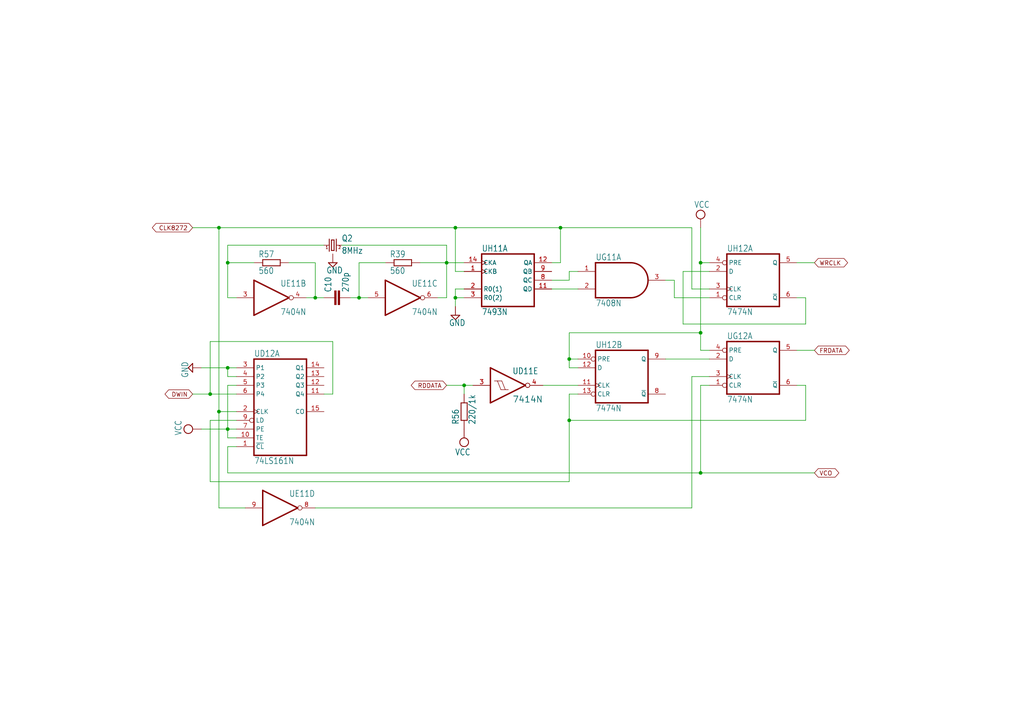
<source format=kicad_sch>
(kicad_sch (version 20230121) (generator eeschema)
  (paper "A4")
  (lib_symbols
    (symbol "HC2000:4161P"
      (property "Reference" "IC" (at -1.27 -0.635 0))
      (symbol "4161P_1_0"
        (polyline (pts (xy -7.62 -15.24) (xy 7.62 -15.24)) (stroke (width 0.4064)))
        (polyline (pts (xy -7.62 12.7) (xy -7.62 -15.24)) (stroke (width 0.4064)))
        (polyline (pts (xy 7.62 -15.24) (xy 7.62 12.7)) (stroke (width 0.4064)))
        (polyline (pts (xy 7.62 12.7) (xy -7.62 12.7)) (stroke (width 0.4064)))
        (pin input line (at -12.7 -12.7 0) (length 5.08) (name "~{CL}") (number "1"))
        (pin input line (at -12.7 -10.16 0) (length 5.08) (name "TE") (number "10"))
        (pin output line (at 12.7 2.54 180) (length 5.08) (name "Q4") (number "11"))
        (pin output line (at 12.7 5.08 180) (length 5.08) (name "Q3") (number "12"))
        (pin output line (at 12.7 7.62 180) (length 5.08) (name "Q2") (number "13"))
        (pin output line (at 12.7 10.16 180) (length 5.08) (name "Q1") (number "14"))
        (pin output line (at 12.7 -2.54 180) (length 5.08) (name "CO") (number "15"))
        (pin input clock (at -12.7 -2.54 0) (length 5.08) (name "CLK") (number "2"))
        (pin input line (at -12.7 10.16 0) (length 5.08) (name "P1") (number "3"))
        (pin input line (at -12.7 7.62 0) (length 5.08) (name "P2") (number "4"))
        (pin input line (at -12.7 5.08 0) (length 5.08) (name "P3") (number "5"))
        (pin input line (at -12.7 2.54 0) (length 5.08) (name "P4") (number "6"))
        (pin input line (at -12.7 -7.62 0) (length 5.08) (name "PE") (number "7"))
        (pin input inverted (at -12.7 -5.08 0) (length 5.08) (name "LD") (number "9"))
      )
      (symbol "4161P_2_0"
        (text "VDD" (at 1.905 2.54 900) (effects (font (size 1.27 1.0795)) (justify left bottom)))
        (text "VSS" (at 1.905 -6.096 900) (effects (font (size 1.27 1.0795)) (justify left bottom)))
        (pin power_in line (at 0 7.62 270) (length 5.08) (name "VDD") (number "16"))
        (pin power_in line (at 0 -7.62 90) (length 5.08) (name "VSS") (number "8"))
      )
    )
    (symbol "HC2000:7404N"
      (property "Reference" "IC" (at -0.635 -0.635 0))
      (symbol "7404N_1_0"
        (polyline (pts (xy -5.08 -5.08) (xy -5.08 5.08)) (stroke (width 0.4064)))
        (polyline (pts (xy -5.08 5.08) (xy 5.08 0)) (stroke (width 0.4064)))
        (polyline (pts (xy 5.08 0) (xy -5.08 -5.08)) (stroke (width 0.4064)))
        (pin input line (at -10.16 0 0) (length 5.08) (name "I") (number "1"))
        (pin output inverted (at 10.16 0 180) (length 5.08) (name "O") (number "2"))
      )
      (symbol "7404N_2_0"
        (polyline (pts (xy -5.08 -5.08) (xy -5.08 5.08)) (stroke (width 0.4064)))
        (polyline (pts (xy -5.08 5.08) (xy 5.08 0)) (stroke (width 0.4064)))
        (polyline (pts (xy 5.08 0) (xy -5.08 -5.08)) (stroke (width 0.4064)))
        (pin input line (at -10.16 0 0) (length 5.08) (name "I") (number "3"))
        (pin output inverted (at 10.16 0 180) (length 5.08) (name "O") (number "4"))
      )
      (symbol "7404N_3_0"
        (polyline (pts (xy -5.08 -5.08) (xy -5.08 5.08)) (stroke (width 0.4064)))
        (polyline (pts (xy -5.08 5.08) (xy 5.08 0)) (stroke (width 0.4064)))
        (polyline (pts (xy 5.08 0) (xy -5.08 -5.08)) (stroke (width 0.4064)))
        (pin input line (at -10.16 0 0) (length 5.08) (name "I") (number "5"))
        (pin output inverted (at 10.16 0 180) (length 5.08) (name "O") (number "6"))
      )
      (symbol "7404N_4_0"
        (polyline (pts (xy -5.08 -5.08) (xy -5.08 5.08)) (stroke (width 0.4064)))
        (polyline (pts (xy -5.08 5.08) (xy 5.08 0)) (stroke (width 0.4064)))
        (polyline (pts (xy 5.08 0) (xy -5.08 -5.08)) (stroke (width 0.4064)))
        (pin output inverted (at 10.16 0 180) (length 5.08) (name "O") (number "8"))
        (pin input line (at -10.16 0 0) (length 5.08) (name "I") (number "9"))
      )
      (symbol "7404N_5_0"
        (polyline (pts (xy -5.08 -5.08) (xy -5.08 5.08)) (stroke (width 0.4064)))
        (polyline (pts (xy -5.08 5.08) (xy 5.08 0)) (stroke (width 0.4064)))
        (polyline (pts (xy 5.08 0) (xy -5.08 -5.08)) (stroke (width 0.4064)))
        (pin output inverted (at 10.16 0 180) (length 5.08) (name "O") (number "10"))
        (pin input line (at -10.16 0 0) (length 5.08) (name "I") (number "11"))
      )
      (symbol "7404N_6_0"
        (polyline (pts (xy -5.08 -5.08) (xy -5.08 5.08)) (stroke (width 0.4064)))
        (polyline (pts (xy -5.08 5.08) (xy 5.08 0)) (stroke (width 0.4064)))
        (polyline (pts (xy 5.08 0) (xy -5.08 -5.08)) (stroke (width 0.4064)))
        (pin output inverted (at 10.16 0 180) (length 5.08) (name "O") (number "12"))
        (pin input line (at -10.16 0 0) (length 5.08) (name "I") (number "13"))
      )
      (symbol "7404N_7_0"
        (text "GND" (at 1.905 -7.62 900) (effects (font (size 1.27 1.0795)) (justify left bottom)))
        (text "VCC" (at 1.905 5.08 900) (effects (font (size 1.27 1.0795)) (justify left bottom)))
        (pin power_in line (at 0 10.16 270) (length 7.62) (name "VCC") (number "14"))
        (pin power_in line (at 0 -10.16 90) (length 7.62) (name "GND") (number "7"))
      )
    )
    (symbol "HC2000:7408N"
      (property "Reference" "IC" (at -0.635 -0.635 0))
      (symbol "7408N_1_0"
        (polyline (pts (xy -7.62 -5.08) (xy 2.54 -5.08)) (stroke (width 0.4064)))
        (polyline (pts (xy -7.62 5.08) (xy -7.62 -5.08)) (stroke (width 0.4064)))
        (polyline (pts (xy 2.54 5.08) (xy -7.62 5.08)) (stroke (width 0.4064)))
        (arc (start 2.54 -5.08) (mid 7.6199 0) (end 2.54 5.08) (stroke (width 0.4064)))
        (pin input line (at -12.7 2.54 0) (length 5.08) (name "I0") (number "1"))
        (pin input line (at -12.7 -2.54 0) (length 5.08) (name "I1") (number "2"))
        (pin output line (at 12.7 0 180) (length 5.08) (name "O") (number "3"))
      )
      (symbol "7408N_2_0"
        (polyline (pts (xy -7.62 -5.08) (xy 2.54 -5.08)) (stroke (width 0.4064)))
        (polyline (pts (xy -7.62 5.08) (xy -7.62 -5.08)) (stroke (width 0.4064)))
        (polyline (pts (xy 2.54 5.08) (xy -7.62 5.08)) (stroke (width 0.4064)))
        (arc (start 2.54 -5.08) (mid 7.6199 0) (end 2.54 5.08) (stroke (width 0.4064)))
        (pin input line (at -12.7 2.54 0) (length 5.08) (name "I0") (number "4"))
        (pin input line (at -12.7 -2.54 0) (length 5.08) (name "I1") (number "5"))
        (pin output line (at 12.7 0 180) (length 5.08) (name "O") (number "6"))
      )
      (symbol "7408N_3_0"
        (polyline (pts (xy -7.62 -5.08) (xy 2.54 -5.08)) (stroke (width 0.4064)))
        (polyline (pts (xy -7.62 5.08) (xy -7.62 -5.08)) (stroke (width 0.4064)))
        (polyline (pts (xy 2.54 5.08) (xy -7.62 5.08)) (stroke (width 0.4064)))
        (arc (start 2.54 -5.08) (mid 7.6199 0) (end 2.54 5.08) (stroke (width 0.4064)))
        (pin input line (at -12.7 -2.54 0) (length 5.08) (name "I1") (number "10"))
        (pin output line (at 12.7 0 180) (length 5.08) (name "O") (number "8"))
        (pin input line (at -12.7 2.54 0) (length 5.08) (name "I0") (number "9"))
      )
      (symbol "7408N_4_0"
        (polyline (pts (xy -7.62 -5.08) (xy 2.54 -5.08)) (stroke (width 0.4064)))
        (polyline (pts (xy -7.62 5.08) (xy -7.62 -5.08)) (stroke (width 0.4064)))
        (polyline (pts (xy 2.54 5.08) (xy -7.62 5.08)) (stroke (width 0.4064)))
        (arc (start 2.54 -5.08) (mid 7.6199 0) (end 2.54 5.08) (stroke (width 0.4064)))
        (pin output line (at 12.7 0 180) (length 5.08) (name "O") (number "11"))
        (pin input line (at -12.7 2.54 0) (length 5.08) (name "I0") (number "12"))
        (pin input line (at -12.7 -2.54 0) (length 5.08) (name "I1") (number "13"))
      )
      (symbol "7408N_5_0"
        (text "GND" (at 1.905 -7.62 900) (effects (font (size 1.27 1.0795)) (justify left bottom)))
        (text "VCC" (at 1.905 5.08 900) (effects (font (size 1.27 1.0795)) (justify left bottom)))
        (pin power_in line (at 0 10.16 270) (length 7.62) (name "VCC") (number "14"))
        (pin power_in line (at 0 -10.16 90) (length 7.62) (name "GND") (number "7"))
      )
    )
    (symbol "HC2000:7414N"
      (property "Reference" "IC" (at -0.635 -0.635 0))
      (symbol "7414N_1_0"
        (polyline (pts (xy -5.08 -5.08) (xy -5.08 5.08)) (stroke (width 0.4064)))
        (polyline (pts (xy -5.08 5.08) (xy 5.08 0)) (stroke (width 0.4064)))
        (polyline (pts (xy -3.937 1.27) (xy -3.048 1.27)) (stroke (width 0.1524)))
        (polyline (pts (xy -3.048 1.27) (xy -1.778 1.27)) (stroke (width 0.1524)))
        (polyline (pts (xy -2.032 -1.27) (xy -3.048 1.27)) (stroke (width 0.1524)))
        (polyline (pts (xy -2.032 -1.27) (xy -0.762 -1.27)) (stroke (width 0.1524)))
        (polyline (pts (xy -0.762 -1.27) (xy -1.778 1.27)) (stroke (width 0.1524)))
        (polyline (pts (xy -0.762 -1.27) (xy 0.127 -1.27)) (stroke (width 0.1524)))
        (polyline (pts (xy 5.08 0) (xy -5.08 -5.08)) (stroke (width 0.4064)))
        (pin output inverted (at 10.16 0 180) (length 5.08) (name "O") (number "12"))
        (pin input line (at -10.16 0 0) (length 5.08) (name "I") (number "13"))
      )
      (symbol "7414N_2_0"
        (polyline (pts (xy -5.08 -5.08) (xy -5.08 5.08)) (stroke (width 0.4064)))
        (polyline (pts (xy -5.08 5.08) (xy 5.08 0)) (stroke (width 0.4064)))
        (polyline (pts (xy -3.937 1.27) (xy -3.048 1.27)) (stroke (width 0.1524)))
        (polyline (pts (xy -3.048 1.27) (xy -1.778 1.27)) (stroke (width 0.1524)))
        (polyline (pts (xy -2.032 -1.27) (xy -3.048 1.27)) (stroke (width 0.1524)))
        (polyline (pts (xy -2.032 -1.27) (xy -0.762 -1.27)) (stroke (width 0.1524)))
        (polyline (pts (xy -0.762 -1.27) (xy -1.778 1.27)) (stroke (width 0.1524)))
        (polyline (pts (xy -0.762 -1.27) (xy 0.127 -1.27)) (stroke (width 0.1524)))
        (polyline (pts (xy 5.08 0) (xy -5.08 -5.08)) (stroke (width 0.4064)))
        (pin output inverted (at 10.16 0 180) (length 5.08) (name "O") (number "10"))
        (pin input line (at -10.16 0 0) (length 5.08) (name "I") (number "11"))
      )
      (symbol "7414N_3_0"
        (polyline (pts (xy -5.08 -5.08) (xy -5.08 5.08)) (stroke (width 0.4064)))
        (polyline (pts (xy -5.08 5.08) (xy 5.08 0)) (stroke (width 0.4064)))
        (polyline (pts (xy -3.937 1.27) (xy -3.048 1.27)) (stroke (width 0.1524)))
        (polyline (pts (xy -3.048 1.27) (xy -1.778 1.27)) (stroke (width 0.1524)))
        (polyline (pts (xy -2.032 -1.27) (xy -3.048 1.27)) (stroke (width 0.1524)))
        (polyline (pts (xy -2.032 -1.27) (xy -0.762 -1.27)) (stroke (width 0.1524)))
        (polyline (pts (xy -0.762 -1.27) (xy -1.778 1.27)) (stroke (width 0.1524)))
        (polyline (pts (xy -0.762 -1.27) (xy 0.127 -1.27)) (stroke (width 0.1524)))
        (polyline (pts (xy 5.08 0) (xy -5.08 -5.08)) (stroke (width 0.4064)))
        (pin output inverted (at 10.16 0 180) (length 5.08) (name "O") (number "8"))
        (pin input line (at -10.16 0 0) (length 5.08) (name "I") (number "9"))
      )
      (symbol "7414N_4_0"
        (polyline (pts (xy -5.08 -5.08) (xy -5.08 5.08)) (stroke (width 0.4064)))
        (polyline (pts (xy -5.08 5.08) (xy 5.08 0)) (stroke (width 0.4064)))
        (polyline (pts (xy -3.937 1.27) (xy -3.048 1.27)) (stroke (width 0.1524)))
        (polyline (pts (xy -3.048 1.27) (xy -1.778 1.27)) (stroke (width 0.1524)))
        (polyline (pts (xy -2.032 -1.27) (xy -3.048 1.27)) (stroke (width 0.1524)))
        (polyline (pts (xy -2.032 -1.27) (xy -0.762 -1.27)) (stroke (width 0.1524)))
        (polyline (pts (xy -0.762 -1.27) (xy -1.778 1.27)) (stroke (width 0.1524)))
        (polyline (pts (xy -0.762 -1.27) (xy 0.127 -1.27)) (stroke (width 0.1524)))
        (polyline (pts (xy 5.08 0) (xy -5.08 -5.08)) (stroke (width 0.4064)))
        (pin input line (at -10.16 0 0) (length 5.08) (name "I") (number "1"))
        (pin output inverted (at 10.16 0 180) (length 5.08) (name "O") (number "2"))
      )
      (symbol "7414N_5_0"
        (polyline (pts (xy -5.08 -5.08) (xy -5.08 5.08)) (stroke (width 0.4064)))
        (polyline (pts (xy -5.08 5.08) (xy 5.08 0)) (stroke (width 0.4064)))
        (polyline (pts (xy -3.937 1.27) (xy -3.048 1.27)) (stroke (width 0.1524)))
        (polyline (pts (xy -3.048 1.27) (xy -1.778 1.27)) (stroke (width 0.1524)))
        (polyline (pts (xy -2.032 -1.27) (xy -3.048 1.27)) (stroke (width 0.1524)))
        (polyline (pts (xy -2.032 -1.27) (xy -0.762 -1.27)) (stroke (width 0.1524)))
        (polyline (pts (xy -0.762 -1.27) (xy -1.778 1.27)) (stroke (width 0.1524)))
        (polyline (pts (xy -0.762 -1.27) (xy 0.127 -1.27)) (stroke (width 0.1524)))
        (polyline (pts (xy 5.08 0) (xy -5.08 -5.08)) (stroke (width 0.4064)))
        (pin input line (at -10.16 0 0) (length 5.08) (name "I") (number "3"))
        (pin output inverted (at 10.16 0 180) (length 5.08) (name "O") (number "4"))
      )
      (symbol "7414N_6_0"
        (polyline (pts (xy -5.08 -5.08) (xy -5.08 5.08)) (stroke (width 0.4064)))
        (polyline (pts (xy -5.08 5.08) (xy 5.08 0)) (stroke (width 0.4064)))
        (polyline (pts (xy -3.937 1.27) (xy -3.048 1.27)) (stroke (width 0.1524)))
        (polyline (pts (xy -3.048 1.27) (xy -1.778 1.27)) (stroke (width 0.1524)))
        (polyline (pts (xy -2.032 -1.27) (xy -3.048 1.27)) (stroke (width 0.1524)))
        (polyline (pts (xy -2.032 -1.27) (xy -0.762 -1.27)) (stroke (width 0.1524)))
        (polyline (pts (xy -0.762 -1.27) (xy -1.778 1.27)) (stroke (width 0.1524)))
        (polyline (pts (xy -0.762 -1.27) (xy 0.127 -1.27)) (stroke (width 0.1524)))
        (polyline (pts (xy 5.08 0) (xy -5.08 -5.08)) (stroke (width 0.4064)))
        (pin input line (at -10.16 0 0) (length 5.08) (name "I") (number "5"))
        (pin output inverted (at 10.16 0 180) (length 5.08) (name "O") (number "6"))
      )
      (symbol "7414N_7_0"
        (text "GND" (at 1.905 -7.62 900) (effects (font (size 1.27 1.0795)) (justify left bottom)))
        (text "VCC" (at 1.905 5.08 900) (effects (font (size 1.27 1.0795)) (justify left bottom)))
        (pin power_in line (at 0 10.16 270) (length 7.62) (name "VCC") (number "14"))
        (pin power_in line (at 0 -10.16 90) (length 7.62) (name "GND") (number "7"))
      )
    )
    (symbol "HC2000:7474N"
      (property "Reference" "IC" (at -0.635 -0.635 0))
      (symbol "7474N_1_0"
        (polyline (pts (xy -7.62 -7.62) (xy 7.62 -7.62)) (stroke (width 0.4064)))
        (polyline (pts (xy -7.62 7.62) (xy -7.62 -7.62)) (stroke (width 0.4064)))
        (polyline (pts (xy 7.62 -7.62) (xy 7.62 7.62)) (stroke (width 0.4064)))
        (polyline (pts (xy 7.62 7.62) (xy -7.62 7.62)) (stroke (width 0.4064)))
        (pin input inverted (at -12.7 -5.08 0) (length 5.08) (name "CLR") (number "1"))
        (pin input line (at -12.7 2.54 0) (length 5.08) (name "D") (number "2"))
        (pin input clock (at -12.7 -2.54 0) (length 5.08) (name "CLK") (number "3"))
        (pin input inverted (at -12.7 5.08 0) (length 5.08) (name "PRE") (number "4"))
        (pin output line (at 12.7 5.08 180) (length 5.08) (name "Q") (number "5"))
        (pin output line (at 12.7 -5.08 180) (length 5.08) (name "~{Q}") (number "6"))
      )
      (symbol "7474N_2_0"
        (polyline (pts (xy -7.62 -7.62) (xy 7.62 -7.62)) (stroke (width 0.4064)))
        (polyline (pts (xy -7.62 7.62) (xy -7.62 -7.62)) (stroke (width 0.4064)))
        (polyline (pts (xy 7.62 -7.62) (xy 7.62 7.62)) (stroke (width 0.4064)))
        (polyline (pts (xy 7.62 7.62) (xy -7.62 7.62)) (stroke (width 0.4064)))
        (pin input inverted (at -12.7 5.08 0) (length 5.08) (name "PRE") (number "10"))
        (pin input clock (at -12.7 -2.54 0) (length 5.08) (name "CLK") (number "11"))
        (pin input line (at -12.7 2.54 0) (length 5.08) (name "D") (number "12"))
        (pin input inverted (at -12.7 -5.08 0) (length 5.08) (name "CLR") (number "13"))
        (pin output line (at 12.7 -5.08 180) (length 5.08) (name "~{Q}") (number "8"))
        (pin output line (at 12.7 5.08 180) (length 5.08) (name "Q") (number "9"))
      )
      (symbol "7474N_3_0"
        (text "GND" (at 1.905 -7.62 900) (effects (font (size 1.27 1.0795)) (justify left bottom)))
        (text "VCC" (at 1.905 5.08 900) (effects (font (size 1.27 1.0795)) (justify left bottom)))
        (pin power_in line (at 0 10.16 270) (length 7.62) (name "VCC") (number "14"))
        (pin power_in line (at 0 -10.16 90) (length 7.62) (name "GND") (number "7"))
      )
    )
    (symbol "HC2000:7493N"
      (property "Reference" "IC" (at -0.635 -0.635 0))
      (symbol "7493N_1_0"
        (polyline (pts (xy -7.62 -7.62) (xy 7.62 -7.62)) (stroke (width 0.4064)))
        (polyline (pts (xy -7.62 7.62) (xy -7.62 -7.62)) (stroke (width 0.4064)))
        (polyline (pts (xy 7.62 -7.62) (xy 7.62 7.62)) (stroke (width 0.4064)))
        (polyline (pts (xy 7.62 7.62) (xy -7.62 7.62)) (stroke (width 0.4064)))
        (pin input clock (at -12.7 2.54 0) (length 5.08) (name "CKB") (number "1"))
        (pin output line (at 12.7 -2.54 180) (length 5.08) (name "QD") (number "11"))
        (pin output line (at 12.7 5.08 180) (length 5.08) (name "QA") (number "12"))
        (pin input clock (at -12.7 5.08 0) (length 5.08) (name "CKA") (number "14"))
        (pin input line (at -12.7 -2.54 0) (length 5.08) (name "R0(1)") (number "2"))
        (pin input line (at -12.7 -5.08 0) (length 5.08) (name "R0(2)") (number "3"))
        (pin output line (at 12.7 0 180) (length 5.08) (name "QC") (number "8"))
        (pin output line (at 12.7 2.54 180) (length 5.08) (name "QB") (number "9"))
      )
      (symbol "7493N_2_0"
        (text "GND" (at 1.905 -7.62 900) (effects (font (size 1.27 1.0795)) (justify left bottom)))
        (text "VCC" (at 1.905 5.08 900) (effects (font (size 1.27 1.0795)) (justify left bottom)))
        (pin power_in line (at 0 -10.16 90) (length 7.62) (name "GND") (number "10"))
        (pin power_in line (at 0 10.16 270) (length 7.62) (name "VCC") (number "5"))
      )
    )
    (symbol "HC2000:C-EU025-024X044"
      (property "Reference" "C" (at 1.524 0.381 0))
      (property "Value" "C-EU025-024X044" (at 1.524 -4.699 0))
      (symbol "C-EU025-024X044_1_0"
        (rectangle (start -2.032 -2.032) (end 2.032 -1.524) (fill (type outline)))
        (rectangle (start -2.032 -1.016) (end 2.032 -0.508) (fill (type outline)))
        (polyline (pts (xy 0 -2.54) (xy 0 -2.032)) (stroke (width 0.1524)))
        (polyline (pts (xy 0 0) (xy 0 -0.508)) (stroke (width 0.1524)))
        (pin passive line (at 0 2.54 270) (length 2.54) (name "1") (number "1"))
        (pin passive line (at 0 -5.08 90) (length 2.54) (name "2") (number "2"))
      )
    )
    (symbol "HC2000:CRYSTALHC18U-H"
      (property "Reference" "Q" (at 2.54 1.016 0))
      (property "Value" "CRYSTALHC18U-H" (at 2.54 -2.54 0))
      (symbol "CRYSTALHC18U-H_1_0"
        (polyline (pts (xy -2.54 0) (xy -1.016 0)) (stroke (width 0.1524)))
        (polyline (pts (xy -1.016 1.778) (xy -1.016 -1.778)) (stroke (width 0.254)))
        (polyline (pts (xy -0.381 -1.524) (xy 0.381 -1.524)) (stroke (width 0.254)))
        (polyline (pts (xy -0.381 1.524) (xy -0.381 -1.524)) (stroke (width 0.254)))
        (polyline (pts (xy 0.381 -1.524) (xy 0.381 1.524)) (stroke (width 0.254)))
        (polyline (pts (xy 0.381 1.524) (xy -0.381 1.524)) (stroke (width 0.254)))
        (polyline (pts (xy 1.016 0) (xy 2.54 0)) (stroke (width 0.1524)))
        (polyline (pts (xy 1.016 1.778) (xy 1.016 -1.778)) (stroke (width 0.254)))
        (text "1" (at -2.159 -1.143 0) (effects (font (size 0.8636 0.734)) (justify left bottom)))
        (text "2" (at 1.524 -1.143 0) (effects (font (size 0.8636 0.734)) (justify left bottom)))
        (pin passive line (at -2.54 0 0) (length 0) (name "1") (number "1"))
        (pin passive line (at 2.54 0 180) (length 0) (name "2") (number "2"))
        (pin passive line (at 0 -2.54 90) (length 2.54) hide (name "GND") (number "GND"))
      )
    )
    (symbol "HC2000:GND" (power)
      (property "Value" "GND" (at -1.905 -3.175 0))
      (symbol "GND_1_0"
        (polyline (pts (xy -1.27 0) (xy 1.27 0)) (stroke (width 0.254)))
        (polyline (pts (xy 0 -1.27) (xy -1.27 0)) (stroke (width 0.254)))
        (polyline (pts (xy 1.27 0) (xy 0 -1.27)) (stroke (width 0.254)))
        (pin power_in line (at 0 2.54 270) (length 2.54) (name "GND") (number "1"))
      )
    )
    (symbol "HC2000:R-EU_0204{slash}7"
      (property "Reference" "R" (at -3.81 1.4986 0))
      (property "Value" "R-EU_0204{slash}7" (at -3.81 -3.302 0))
      (symbol "R-EU_0204{slash}7_1_0"
        (polyline (pts (xy -2.54 -0.889) (xy -2.54 0.889)) (stroke (width 0.254)))
        (polyline (pts (xy -2.54 -0.889) (xy 2.54 -0.889)) (stroke (width 0.254)))
        (polyline (pts (xy 2.54 -0.889) (xy 2.54 0.889)) (stroke (width 0.254)))
        (polyline (pts (xy 2.54 0.889) (xy -2.54 0.889)) (stroke (width 0.254)))
        (pin passive line (at -5.08 0 0) (length 2.54) (name "1") (number "1"))
        (pin passive line (at 5.08 0 180) (length 2.54) (name "2") (number "2"))
      )
    )
    (symbol "HC2000:VCC" (power)
      (property "Value" "VCC" (at -1.905 3.175 0))
      (symbol "VCC_1_0"
        (circle (center 0 1.27) (radius 1.27) (stroke (width 0.254)))
        (pin power_in line (at 0 -2.54 90) (length 2.54) (name "VCC") (number "1"))
      )
    )
  )
  (junction (at 165.1 121.92))
  (junction (at 60.96 114.3))
  (junction (at 203.2 76.2))
  (junction (at 203.2 96.52))
  (junction (at 66.04 106.68))
  (junction (at 134.62 111.76))
  (junction (at 203.2 137.16))
  (junction (at 129.54 76.2))
  (junction (at 63.5 119.38))
  (junction (at 66.04 76.2))
  (junction (at 104.14 86.36))
  (junction (at 162.56 66.04))
  (junction (at 132.08 86.36))
  (junction (at 63.5 66.04))
  (junction (at 132.08 66.04))
  (junction (at 66.04 124.46))
  (junction (at 91.44 86.36))
  (junction (at 165.1 104.14))
  (wire (pts (xy 68.58 86.36) (xy 66.04 86.36)))
  (wire (pts (xy 165.1 139.7) (xy 165.1 121.92)))
  (wire (pts (xy 132.08 86.36) (xy 134.62 86.36)))
  (wire (pts (xy 66.04 129.54) (xy 68.58 129.54)))
  (wire (pts (xy 165.1 104.14) (xy 167.64 104.14)))
  (wire (pts (xy 60.96 121.92) (xy 68.58 121.92)))
  (wire (pts (xy 134.62 83.82) (xy 132.08 83.82)))
  (wire (pts (xy 91.44 86.36) (xy 88.9 86.36)))
  (wire (pts (xy 60.96 99.06) (xy 96.52 99.06)))
  (wire (pts (xy 91.44 76.2) (xy 91.44 86.36)))
  (wire (pts (xy 66.04 111.76) (xy 66.04 124.46)))
  (wire (pts (xy 129.54 111.76) (xy 134.62 111.76)))
  (wire (pts (xy 132.08 83.82) (xy 132.08 86.36)))
  (wire (pts (xy 165.1 78.74) (xy 167.64 78.74)))
  (wire (pts (xy 160.02 76.2) (xy 162.56 76.2)))
  (wire (pts (xy 93.98 71.12) (xy 66.04 71.12)))
  (wire (pts (xy 162.56 66.04) (xy 132.08 66.04)))
  (wire (pts (xy 99.06 71.12) (xy 129.54 71.12)))
  (wire (pts (xy 203.2 101.6) (xy 205.74 101.6)))
  (wire (pts (xy 198.12 78.74) (xy 198.12 93.98)))
  (wire (pts (xy 55.88 66.04) (xy 63.5 66.04)))
  (wire (pts (xy 236.22 137.16) (xy 203.2 137.16)))
  (wire (pts (xy 96.52 114.3) (xy 93.98 114.3)))
  (wire (pts (xy 60.96 114.3) (xy 68.58 114.3)))
  (wire (pts (xy 66.04 76.2) (xy 73.66 76.2)))
  (wire (pts (xy 160.02 83.82) (xy 167.64 83.82)))
  (wire (pts (xy 203.2 96.52) (xy 203.2 101.6)))
  (wire (pts (xy 63.5 66.04) (xy 132.08 66.04)))
  (wire (pts (xy 195.58 86.36) (xy 195.58 81.28)))
  (wire (pts (xy 71.12 147.32) (xy 63.5 147.32)))
  (wire (pts (xy 231.14 111.76) (xy 233.68 111.76)))
  (wire (pts (xy 60.96 139.7) (xy 60.96 121.92)))
  (wire (pts (xy 68.58 111.76) (xy 66.04 111.76)))
  (wire (pts (xy 233.68 86.36) (xy 231.14 86.36)))
  (wire (pts (xy 93.98 86.36) (xy 91.44 86.36)))
  (wire (pts (xy 200.66 109.22) (xy 205.74 109.22)))
  (wire (pts (xy 66.04 124.46) (xy 66.04 127)))
  (wire (pts (xy 83.82 76.2) (xy 91.44 76.2)))
  (wire (pts (xy 157.48 111.76) (xy 167.64 111.76)))
  (wire (pts (xy 104.14 86.36) (xy 106.68 86.36)))
  (wire (pts (xy 127 86.36) (xy 129.54 86.36)))
  (wire (pts (xy 162.56 76.2) (xy 162.56 66.04)))
  (wire (pts (xy 134.62 76.2) (xy 129.54 76.2)))
  (wire (pts (xy 60.96 114.3) (xy 60.96 99.06)))
  (wire (pts (xy 132.08 66.04) (xy 132.08 78.74)))
  (wire (pts (xy 236.22 101.6) (xy 231.14 101.6)))
  (wire (pts (xy 91.44 147.32) (xy 200.66 147.32)))
  (wire (pts (xy 111.76 76.2) (xy 104.14 76.2)))
  (wire (pts (xy 66.04 137.16) (xy 66.04 129.54)))
  (wire (pts (xy 233.68 93.98) (xy 233.68 86.36)))
  (wire (pts (xy 66.04 109.22) (xy 68.58 109.22)))
  (wire (pts (xy 129.54 71.12) (xy 129.54 76.2)))
  (wire (pts (xy 66.04 137.16) (xy 203.2 137.16)))
  (wire (pts (xy 101.6 86.36) (xy 104.14 86.36)))
  (wire (pts (xy 198.12 93.98) (xy 233.68 93.98)))
  (wire (pts (xy 205.74 86.36) (xy 195.58 86.36)))
  (wire (pts (xy 55.88 114.3) (xy 60.96 114.3)))
  (wire (pts (xy 129.54 76.2) (xy 129.54 86.36)))
  (wire (pts (xy 200.66 66.04) (xy 162.56 66.04)))
  (wire (pts (xy 58.42 106.68) (xy 66.04 106.68)))
  (wire (pts (xy 68.58 119.38) (xy 63.5 119.38)))
  (wire (pts (xy 66.04 106.68) (xy 66.04 109.22)))
  (wire (pts (xy 200.66 147.32) (xy 200.66 109.22)))
  (wire (pts (xy 68.58 106.68) (xy 66.04 106.68)))
  (wire (pts (xy 60.96 139.7) (xy 165.1 139.7)))
  (wire (pts (xy 165.1 106.68) (xy 165.1 104.14)))
  (wire (pts (xy 132.08 78.74) (xy 134.62 78.74)))
  (wire (pts (xy 236.22 76.2) (xy 231.14 76.2)))
  (wire (pts (xy 205.74 83.82) (xy 200.66 83.82)))
  (wire (pts (xy 63.5 147.32) (xy 63.5 119.38)))
  (wire (pts (xy 160.02 81.28) (xy 165.1 81.28)))
  (wire (pts (xy 63.5 119.38) (xy 63.5 66.04)))
  (wire (pts (xy 121.92 76.2) (xy 129.54 76.2)))
  (wire (pts (xy 233.68 121.92) (xy 165.1 121.92)))
  (wire (pts (xy 165.1 81.28) (xy 165.1 78.74)))
  (wire (pts (xy 66.04 71.12) (xy 66.04 76.2)))
  (wire (pts (xy 203.2 66.04) (xy 203.2 76.2)))
  (wire (pts (xy 203.2 111.76) (xy 205.74 111.76)))
  (wire (pts (xy 165.1 96.52) (xy 165.1 104.14)))
  (wire (pts (xy 58.42 124.46) (xy 66.04 124.46)))
  (wire (pts (xy 134.62 111.76) (xy 134.62 114.3)))
  (wire (pts (xy 66.04 86.36) (xy 66.04 76.2)))
  (wire (pts (xy 104.14 76.2) (xy 104.14 86.36)))
  (wire (pts (xy 203.2 76.2) (xy 205.74 76.2)))
  (wire (pts (xy 66.04 127) (xy 68.58 127)))
  (wire (pts (xy 167.64 106.68) (xy 165.1 106.68)))
  (wire (pts (xy 96.52 99.06) (xy 96.52 114.3)))
  (wire (pts (xy 200.66 83.82) (xy 200.66 66.04)))
  (wire (pts (xy 165.1 121.92) (xy 165.1 114.3)))
  (wire (pts (xy 193.04 104.14) (xy 205.74 104.14)))
  (wire (pts (xy 137.16 111.76) (xy 134.62 111.76)))
  (wire (pts (xy 68.58 124.46) (xy 66.04 124.46)))
  (wire (pts (xy 205.74 78.74) (xy 198.12 78.74)))
  (wire (pts (xy 203.2 96.52) (xy 165.1 96.52)))
  (wire (pts (xy 195.58 81.28) (xy 193.04 81.28)))
  (wire (pts (xy 203.2 76.2) (xy 203.2 96.52)))
  (wire (pts (xy 233.68 111.76) (xy 233.68 121.92)))
  (wire (pts (xy 165.1 114.3) (xy 167.64 114.3)))
  (wire (pts (xy 203.2 137.16) (xy 203.2 111.76)))
  (wire (pts (xy 132.08 88.9) (xy 132.08 86.36)))
  (global_label "VCO" (shape bidirectional) (at 236.22 137.16 0) (effects (font (size 1.2446 1.2446))) (property "Intersheetrefs" "${INTERSHEET_REFS}" (effects hide)))
  (global_label "RDDATA" (shape bidirectional) (at 129.54 111.76 180) (effects (font (size 1.2446 1.2446))) (property "Intersheetrefs" "${INTERSHEET_REFS}" (effects hide)))
  (global_label "CLK8272" (shape bidirectional) (at 55.88 66.04 180) (effects (font (size 1.2446 1.2446))) (property "Intersheetrefs" "${INTERSHEET_REFS}" (effects hide)))
  (global_label "FRDATA" (shape bidirectional) (at 236.22 101.6 0) (effects (font (size 1.2446 1.2446))) (property "Intersheetrefs" "${INTERSHEET_REFS}" (effects hide)))
  (global_label "WRCLK" (shape bidirectional) (at 236.22 76.2 0) (effects (font (size 1.2446 1.2446))) (property "Intersheetrefs" "${INTERSHEET_REFS}" (effects hide)))
  (global_label "DWIN" (shape bidirectional) (at 55.88 114.3 180) (effects (font (size 1.2446 1.2446))) (property "Intersheetrefs" "${INTERSHEET_REFS}" (effects hide)))
  (symbol (lib_id "HC2000:VCC") (at 55.88 124.46 90) (unit 1)
    (property "Reference" "#SUPPLY095" (effects hide))
    (property "Value" "VCC" (at 52.705 126.365 0) (effects (font (size 1.778 1.5113)) (justify left bottom)))
    (property "Footprint" "HC2000:" (effects hide))
  )
  (symbol (lib_id "HC2000:CRYSTALHC18U-H") (at 96.52 71.12 0) (unit 1)
    (property "Reference" "Q2" (at 99.06 70.104 0) (effects (font (size 1.778 1.5113)) (justify left bottom)))
    (property "Value" "8MHz" (at 99.06 73.66 0) (effects (font (size 1.778 1.5113)) (justify left bottom)))
    (property "Footprint" "HC2000:HC18U-H" (effects hide))
  )
  (symbol (lib_id "HC2000:7408N") (at 180.34 81.28 0) (unit 1)
    (property "Reference" "UG11" (at 172.72 75.565 0) (effects (font (size 1.778 1.5113)) (justify left bottom)))
    (property "Value" "7408N" (at 172.72 88.9 0) (effects (font (size 1.778 1.5113)) (justify left bottom)))
    (property "Footprint" "HC2000:DIL14" (effects hide))
  )
  (symbol (lib_id "HC2000:GND") (at 96.52 76.2 0) (unit 1)
    (property "Reference" "#SUPPLY0138" (effects hide))
    (property "Value" "GND" (at 94.615 79.375 0) (effects (font (size 1.778 1.5113)) (justify left bottom)))
    (property "Footprint" "HC2000:" (effects hide))
  )
  (symbol (lib_id "HC2000:7474N") (at 218.44 81.28 0) (unit 1)
    (property "Reference" "UH12" (at 210.82 73.025 0) (effects (font (size 1.778 1.5113)) (justify left bottom)))
    (property "Value" "7474N" (at 210.82 91.44 0) (effects (font (size 1.778 1.5113)) (justify left bottom)))
    (property "Footprint" "HC2000:DIL14" (effects hide))
  )
  (symbol (lib_id "HC2000:7404N") (at 116.84 86.36 0) (unit 3)
    (property "Reference" "UE11" (at 119.38 83.185 0) (effects (font (size 1.778 1.5113)) (justify left bottom)))
    (property "Value" "7404N" (at 119.38 91.44 0) (effects (font (size 1.778 1.5113)) (justify left bottom)))
    (property "Footprint" "HC2000:DIL14" (effects hide))
  )
  (symbol (lib_id "HC2000:7404N") (at 81.28 147.32 0) (unit 4)
    (property "Reference" "UE11" (at 83.82 144.145 0) (effects (font (size 1.778 1.5113)) (justify left bottom)))
    (property "Value" "7404N" (at 83.82 152.4 0) (effects (font (size 1.778 1.5113)) (justify left bottom)))
    (property "Footprint" "HC2000:DIL14" (effects hide))
  )
  (symbol (lib_id "HC2000:GND") (at 132.08 91.44 0) (unit 1)
    (property "Reference" "#SUPPLY092" (effects hide))
    (property "Value" "GND" (at 130.175 94.615 0) (effects (font (size 1.778 1.5113)) (justify left bottom)))
    (property "Footprint" "HC2000:" (effects hide))
  )
  (symbol (lib_id "HC2000:R-EU_0204{slash}7") (at 116.84 76.2 0) (unit 1)
    (property "Reference" "R39" (at 113.03 74.7014 0) (effects (font (size 1.778 1.5113)) (justify left bottom)))
    (property "Value" "560" (at 113.03 79.502 0) (effects (font (size 1.778 1.5113)) (justify left bottom)))
    (property "Footprint" "HC2000:0204_7" (effects hide))
  )
  (symbol (lib_id "HC2000:VCC") (at 203.2 63.5 0) (unit 1)
    (property "Reference" "#SUPPLY093" (effects hide))
    (property "Value" "VCC" (at 201.295 60.325 0) (effects (font (size 1.778 1.5113)) (justify left bottom)))
    (property "Footprint" "HC2000:" (effects hide))
  )
  (symbol (lib_id "HC2000:7474N") (at 180.34 109.22 0) (unit 2)
    (property "Reference" "UH12" (at 172.72 100.965 0) (effects (font (size 1.778 1.5113)) (justify left bottom)))
    (property "Value" "7474N" (at 172.72 119.38 0) (effects (font (size 1.778 1.5113)) (justify left bottom)))
    (property "Footprint" "HC2000:DIL14" (effects hide))
  )
  (symbol (lib_id "HC2000:7414N") (at 147.32 111.76 0) (unit 5)
    (property "Reference" "UD11" (at 148.59 108.585 0) (effects (font (size 1.778 1.5113)) (justify left bottom)))
    (property "Value" "7414N" (at 148.59 116.84 0) (effects (font (size 1.778 1.778)) (justify left bottom)))
    (property "Footprint" "HC2000:DIL14" (effects hide))
  )
  (symbol (lib_id "HC2000:4161P") (at 81.28 116.84 0) (unit 1)
    (property "Reference" "UD12" (at 73.66 103.505 0) (effects (font (size 1.778 1.5113)) (justify left bottom)))
    (property "Value" "74LS161N" (at 73.66 134.62 0) (effects (font (size 1.778 1.5113)) (justify left bottom)))
    (property "Footprint" "HC2000:DIL16" (effects hide))
  )
  (symbol (lib_id "HC2000:7474N") (at 218.44 106.68 0) (unit 1)
    (property "Reference" "UG12" (at 210.82 98.425 0) (effects (font (size 1.778 1.5113)) (justify left bottom)))
    (property "Value" "7474N" (at 210.82 116.84 0) (effects (font (size 1.778 1.5113)) (justify left bottom)))
    (property "Footprint" "HC2000:DIL14" (effects hide))
  )
  (symbol (lib_id "HC2000:GND") (at 55.88 106.68 270) (unit 1)
    (property "Reference" "#SUPPLY094" (effects hide))
    (property "Value" "GND" (at 52.705 104.775 0) (effects (font (size 1.778 1.5113)) (justify left bottom)))
    (property "Footprint" "HC2000:" (effects hide))
  )
  (symbol (lib_id "HC2000:C-EU025-024X044") (at 96.52 86.36 90) (unit 1)
    (property "Reference" "C10" (at 96.139 84.836 0) (effects (font (size 1.778 1.5113)) (justify left bottom)))
    (property "Value" "270p" (at 101.219 84.836 0) (effects (font (size 1.778 1.5113)) (justify left bottom)))
    (property "Footprint" "HC2000:C025-025X050" (effects hide))
  )
  (symbol (lib_id "HC2000:R-EU_0204{slash}7") (at 78.74 76.2 0) (unit 1)
    (property "Reference" "R57" (at 74.93 74.7014 0) (effects (font (size 1.778 1.5113)) (justify left bottom)))
    (property "Value" "560" (at 74.93 79.502 0) (effects (font (size 1.778 1.5113)) (justify left bottom)))
    (property "Footprint" "HC2000:0204_7" (effects hide))
  )
  (symbol (lib_id "HC2000:7493N") (at 147.32 81.28 0) (unit 1)
    (property "Reference" "UH11" (at 139.7 73.025 0) (effects (font (size 1.778 1.5113)) (justify left bottom)))
    (property "Value" "7493N" (at 139.7 91.44 0) (effects (font (size 1.778 1.5113)) (justify left bottom)))
    (property "Footprint" "HC2000:DIL14" (effects hide))
  )
  (symbol (lib_id "HC2000:7404N") (at 78.74 86.36 0) (unit 2)
    (property "Reference" "UE11" (at 81.28 83.185 0) (effects (font (size 1.778 1.5113)) (justify left bottom)))
    (property "Value" "7404N" (at 81.28 91.44 0) (effects (font (size 1.778 1.5113)) (justify left bottom)))
    (property "Footprint" "HC2000:DIL14" (effects hide))
  )
  (symbol (lib_id "HC2000:VCC") (at 134.62 127 180) (unit 1)
    (property "Reference" "#SUPPLY096" (effects hide))
    (property "Value" "VCC" (at 136.525 130.175 0) (effects (font (size 1.778 1.5113)) (justify left bottom)))
    (property "Footprint" "HC2000:" (effects hide))
  )
  (symbol (lib_id "HC2000:R-EU_0204{slash}7") (at 134.62 119.38 90) (unit 1)
    (property "Reference" "R56" (at 133.1214 123.19 0) (effects (font (size 1.778 1.5113)) (justify left bottom)))
    (property "Value" "220/1k" (at 137.922 123.19 0) (effects (font (size 1.778 1.5113)) (justify left bottom)))
    (property "Footprint" "HC2000:0204_7" (effects hide))
  )
)
</source>
